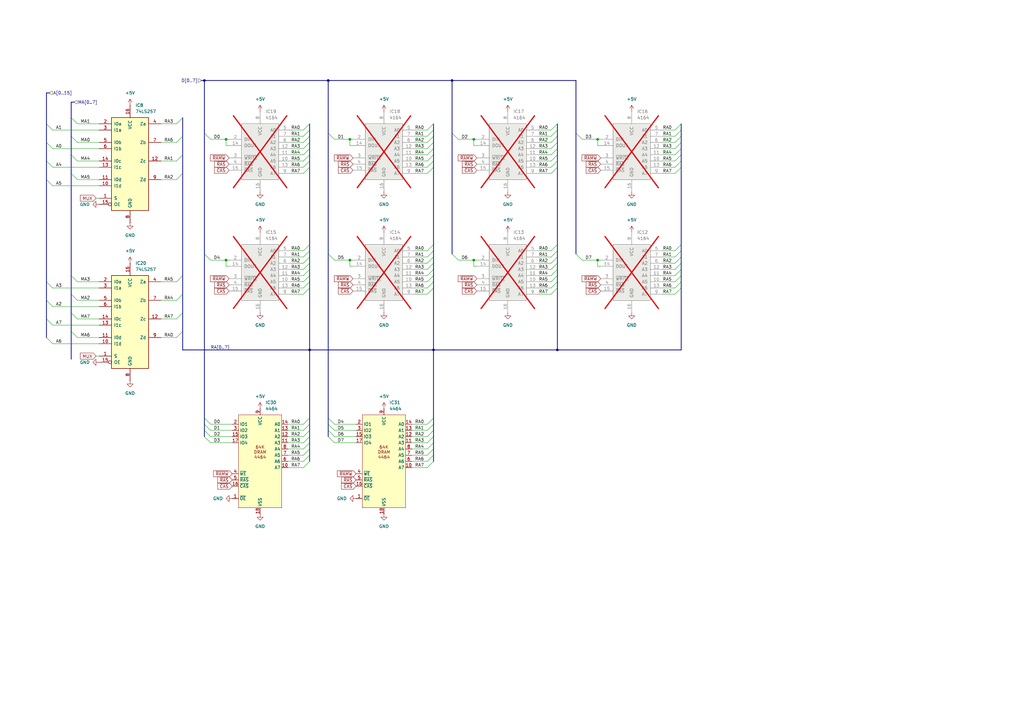
<source format=kicad_sch>
(kicad_sch (version 20231120) (generator "eeschema") (generator_version "8.0")
  (paper "A3")
  (lib_symbols
    (symbol "74xx:74LS257" (pin_names (offset 1.016))
      (property "Reference" "U" (at -7.62 19.05 0))
      (property "Value" "74LS257" (at -7.62 -21.59 0))
      (symbol "74LS257_1_0"
        (pin input line (at -12.7 -15.24 0) (length 5.08) (name "S") (number "1"))
        (pin input line (at -12.7 -10.16 0) (length 5.08) (name "I1d") (number "10"))
        (pin input line (at -12.7 -7.62 0) (length 5.08) (name "I0d") (number "11"))
        (pin tri_state line (at 12.7 0 180) (length 5.08) (name "Zc") (number "12"))
        (pin input line (at -12.7 -2.54 0) (length 5.08) (name "I1c") (number "13"))
        (pin input line (at -12.7 0 0) (length 5.08) (name "I0c") (number "14"))
        (pin input inverted (at -12.7 -17.78 0) (length 5.08) (name "OE") (number "15"))
        (pin power_in line (at 0 22.86 270) (length 5.08) (name "VCC") (number "16"))
        (pin input line (at -12.7 15.24 0) (length 5.08) (name "I0a") (number "2"))
        (pin input line (at -12.7 12.7 0) (length 5.08) (name "I1a") (number "3"))
        (pin tri_state line (at 12.7 15.24 180) (length 5.08) (name "Za") (number "4"))
        (pin input line (at -12.7 7.62 0) (length 5.08) (name "I0b") (number "5"))
        (pin input line (at -12.7 5.08 0) (length 5.08) (name "I1b") (number "6"))
        (pin tri_state line (at 12.7 7.62 180) (length 5.08) (name "Zb") (number "7"))
        (pin power_in line (at 0 -25.4 90) (length 5.08) (name "GND") (number "8"))
        (pin tri_state line (at 12.7 -7.62 180) (length 5.08) (name "Zd") (number "9"))
      )
      (symbol "74LS257_1_1"
        (rectangle (start -7.62 17.78) (end 7.62 -20.32) (stroke (width 0.254)) (fill (type background)))
      )
    )
    (symbol "Oric:4164" (pin_names (offset 1.016))
      (property "Reference" "IC" (at 3.048 14.478 0))
      (property "Value" "4164" (at 3.048 12.446 0))
      (symbol "4164_1_0"
        (pin no_connect line (at -12.7 7.62 0) (length 5.08) hide (name "NC") (number "1"))
        (pin input line (at 12.7 -5.08 180) (length 5.08) (name "A5") (number "10"))
        (pin input line (at 12.7 -2.54 180) (length 5.08) (name "A4") (number "11"))
        (pin input line (at 12.7 0 180) (length 5.08) (name "A3") (number "12"))
        (pin input line (at 12.7 -7.62 180) (length 5.08) (name "A6") (number "13"))
        (pin output line (at -12.7 1.27 0) (length 5.08) (name "DOUT") (number "14"))
        (pin input line (at -12.7 -8.89 0) (length 5.08) (name "~{CAS}") (number "15"))
        (pin power_in line (at 0 -17.78 90) (length 5.08) (name "GND") (number "16"))
        (pin input line (at -12.7 3.81 0) (length 5.08) (name "DIN") (number "2"))
        (pin input line (at -12.7 -3.81 0) (length 5.08) (name "~{WRITE}") (number "3"))
        (pin input line (at -12.7 -6.35 0) (length 5.08) (name "~{RAS}") (number "4"))
        (pin input line (at 12.7 7.62 180) (length 5.08) (name "A0") (number "5"))
        (pin input line (at 12.7 2.54 180) (length 5.08) (name "A2") (number "6"))
        (pin input line (at 12.7 5.08 180) (length 5.08) (name "A1") (number "7"))
        (pin power_in line (at 0 15.24 270) (length 5.08) (name "VCC") (number "8"))
        (pin input line (at 12.7 -10.16 180) (length 5.08) (name "A7") (number "9"))
      )
      (symbol "4164_1_1"
        (rectangle (start -7.62 10.16) (end 7.62 -12.7) (stroke (width 0.254)) (fill (type background)))
      )
    )
    (symbol "Oric:4464"
      (property "Reference" "IC" (at 5.334 -23.114 0))
      (property "Value" "4464" (at 6.604 -25.4 0))
      (symbol "4464_0_0"
        (pin input line (at 11.43 -3.81 180) (length 2.54) (name "A7") (number "10"))
        (pin input line (at 11.43 6.35 180) (length 2.54) (name "A3") (number "11"))
        (pin input line (at 11.43 8.89 180) (length 2.54) (name "A2") (number "12"))
        (pin input line (at 11.43 11.43 180) (length 2.54) (name "A1") (number "13"))
        (pin input line (at -11.43 -11.43 0) (length 2.54) (name "~{CAS}") (number "16"))
        (pin power_in line (at 0 -22.86 90) (length 2.54) (name "VSS") (number "18"))
        (pin input line (at -11.43 -8.89 0) (length 2.54) (name "~{RAS}") (number "5"))
        (pin input line (at 11.43 -1.27 180) (length 2.54) (name "A6") (number "6"))
        (pin input line (at 11.43 1.27 180) (length 2.54) (name "A5") (number "7"))
        (pin input line (at 11.43 3.81 180) (length 2.54) (name "A4") (number "8"))
        (pin power_in line (at 0 20.32 270) (length 2.54) (name "VCC") (number "9"))
      )
      (symbol "4464_1_0"
        (pin input line (at -11.43 -16.51 0) (length 2.54) (name "~{OE}") (number "1"))
        (pin input line (at 11.43 13.97 180) (length 2.54) (name "A0") (number "14"))
        (pin bidirectional line (at -11.43 8.89 0) (length 2.54) (name "IO3") (number "15"))
        (pin bidirectional line (at -11.43 6.35 0) (length 2.54) (name "IO4") (number "17"))
        (pin bidirectional line (at -11.43 13.97 0) (length 2.54) (name "IO1") (number "2"))
        (pin bidirectional line (at -11.43 11.43 0) (length 2.54) (name "IO2") (number "3"))
        (pin input line (at -11.43 -6.35 0) (length 2.54) (name "~{WE}") (number "4"))
      )
      (symbol "4464_1_1"
        (rectangle (start -8.89 17.78) (end 8.89 -20.32) (fill (type background)))
        (text "64K\nDRAM\n4464" (at 0 2.54 0) (effects (font (size 1.27 1.27))))
      )
    )
    (symbol "power:+5V" (power) (pin_numbers hide) (pin_names (offset 0) hide)
      (property "Value" "+5V" (at 0 3.556 0))
      (symbol "+5V_0_1"
        (polyline (pts (xy -0.762 1.27) (xy 0 2.54)))
        (polyline (pts (xy 0 0) (xy 0 2.54)))
        (polyline (pts (xy 0 2.54) (xy 0.762 1.27)))
      )
      (symbol "+5V_1_1"
        (pin power_in line (at 0 0 90) (length 0) (name "~") (number "1"))
      )
    )
    (symbol "power:GND" (power) (pin_numbers hide) (pin_names (offset 0) hide)
      (property "Value" "GND" (at 0 -3.81 0))
      (symbol "GND_0_1"
        (polyline (pts (xy 0 0) (xy 0 -1.27) (xy 1.27 -1.27) (xy 0 -2.54) (xy -1.27 -1.27) (xy 0 -1.27)))
      )
      (symbol "GND_1_1"
        (pin power_in line (at 0 0 270) (length 0) (name "~") (number "1"))
      )
    )
  )
  (junction (at 185.42 33.02))
  (junction (at 143.51 57.15))
  (junction (at 92.71 57.15))
  (junction (at 194.31 106.68))
  (junction (at 92.71 106.68))
  (junction (at 127 143.51))
  (junction (at 83.82 33.02))
  (junction (at 245.11 57.15))
  (junction (at 228.6 143.51))
  (junction (at 245.11 106.68))
  (junction (at 177.8 143.51))
  (junction (at 143.51 106.68))
  (junction (at 134.62 33.02))
  (junction (at 194.31 57.15))
  (bus_entry (at 83.82 176.53) (size 2.54 2.54))
  (bus_entry (at 124.46 184.15) (size 2.54 -2.54))
  (bus_entry (at 276.86 55.88) (size 2.54 -2.54))
  (bus_entry (at 276.86 105.41) (size 2.54 -2.54))
  (bus_entry (at 21.59 133.35) (size -2.54 -2.54))
  (bus_entry (at 276.86 63.5) (size 2.54 -2.54))
  (bus_entry (at 175.26 184.15) (size 2.54 -2.54))
  (bus_entry (at 74.93 128.27) (size -2.54 2.54))
  (bus_entry (at 175.26 60.96) (size 2.54 -2.54))
  (bus_entry (at 175.26 118.11) (size 2.54 -2.54))
  (bus_entry (at 124.46 105.41) (size 2.54 -2.54))
  (bus_entry (at 124.46 63.5) (size 2.54 -2.54))
  (bus_entry (at 175.26 71.12) (size 2.54 -2.54))
  (bus_entry (at 175.26 55.88) (size 2.54 -2.54))
  (bus_entry (at 74.93 48.26) (size -2.54 2.54))
  (bus_entry (at 124.46 68.58) (size 2.54 -2.54))
  (bus_entry (at 276.86 71.12) (size 2.54 -2.54))
  (bus_entry (at 175.26 186.69) (size 2.54 -2.54))
  (bus_entry (at 276.86 68.58) (size 2.54 -2.54))
  (bus_entry (at 21.59 53.34) (size -2.54 -2.54))
  (bus_entry (at 29.21 128.27) (size 2.54 2.54))
  (bus_entry (at 21.59 60.96) (size -2.54 -2.54))
  (bus_entry (at 124.46 115.57) (size 2.54 -2.54))
  (bus_entry (at 226.06 107.95) (size 2.54 -2.54))
  (bus_entry (at 83.82 171.45) (size 2.54 2.54))
  (bus_entry (at 276.86 120.65) (size 2.54 -2.54))
  (bus_entry (at 175.26 58.42) (size 2.54 -2.54))
  (bus_entry (at 29.21 71.12) (size 2.54 2.54))
  (bus_entry (at 124.46 113.03) (size 2.54 -2.54))
  (bus_entry (at 134.62 179.07) (size 2.54 2.54))
  (bus_entry (at 226.06 58.42) (size 2.54 -2.54))
  (bus_entry (at 226.06 60.96) (size 2.54 -2.54))
  (bus_entry (at 83.82 54.61) (size 2.54 2.54))
  (bus_entry (at 226.06 66.04) (size 2.54 -2.54))
  (bus_entry (at 74.93 135.89) (size -2.54 2.54))
  (bus_entry (at 29.21 120.65) (size 2.54 2.54))
  (bus_entry (at 276.86 107.95) (size 2.54 -2.54))
  (bus_entry (at 124.46 110.49) (size 2.54 -2.54))
  (bus_entry (at 175.26 181.61) (size 2.54 -2.54))
  (bus_entry (at 175.26 105.41) (size 2.54 -2.54))
  (bus_entry (at 124.46 66.04) (size 2.54 -2.54))
  (bus_entry (at 74.93 55.88) (size -2.54 2.54))
  (bus_entry (at 276.86 58.42) (size 2.54 -2.54))
  (bus_entry (at 83.82 179.07) (size 2.54 2.54))
  (bus_entry (at 276.86 118.11) (size 2.54 -2.54))
  (bus_entry (at 226.06 118.11) (size 2.54 -2.54))
  (bus_entry (at 21.59 76.2) (size -2.54 -2.54))
  (bus_entry (at 276.86 60.96) (size 2.54 -2.54))
  (bus_entry (at 29.21 113.03) (size 2.54 2.54))
  (bus_entry (at 236.22 104.14) (size 2.54 2.54))
  (bus_entry (at 175.26 115.57) (size 2.54 -2.54))
  (bus_entry (at 134.62 54.61) (size 2.54 2.54))
  (bus_entry (at 124.46 53.34) (size 2.54 -2.54))
  (bus_entry (at 124.46 102.87) (size 2.54 -2.54))
  (bus_entry (at 185.42 104.14) (size 2.54 2.54))
  (bus_entry (at 74.93 120.65) (size -2.54 2.54))
  (bus_entry (at 124.46 181.61) (size 2.54 -2.54))
  (bus_entry (at 124.46 176.53) (size 2.54 -2.54))
  (bus_entry (at 74.93 63.5) (size -2.54 2.54))
  (bus_entry (at 226.06 53.34) (size 2.54 -2.54))
  (bus_entry (at 226.06 55.88) (size 2.54 -2.54))
  (bus_entry (at 226.06 63.5) (size 2.54 -2.54))
  (bus_entry (at 226.06 115.57) (size 2.54 -2.54))
  (bus_entry (at 83.82 104.14) (size 2.54 2.54))
  (bus_entry (at 124.46 55.88) (size 2.54 -2.54))
  (bus_entry (at 29.21 55.88) (size 2.54 2.54))
  (bus_entry (at 124.46 107.95) (size 2.54 -2.54))
  (bus_entry (at 124.46 58.42) (size 2.54 -2.54))
  (bus_entry (at 175.26 66.04) (size 2.54 -2.54))
  (bus_entry (at 175.26 53.34) (size 2.54 -2.54))
  (bus_entry (at 276.86 102.87) (size 2.54 -2.54))
  (bus_entry (at 175.26 68.58) (size 2.54 -2.54))
  (bus_entry (at 134.62 176.53) (size 2.54 2.54))
  (bus_entry (at 124.46 179.07) (size 2.54 -2.54))
  (bus_entry (at 175.26 110.49) (size 2.54 -2.54))
  (bus_entry (at 175.26 102.87) (size 2.54 -2.54))
  (bus_entry (at 21.59 140.97) (size -2.54 -2.54))
  (bus_entry (at 21.59 125.73) (size -2.54 -2.54))
  (bus_entry (at 185.42 54.61) (size 2.54 2.54))
  (bus_entry (at 175.26 63.5) (size 2.54 -2.54))
  (bus_entry (at 124.46 120.65) (size 2.54 -2.54))
  (bus_entry (at 236.22 54.61) (size 2.54 2.54))
  (bus_entry (at 226.06 120.65) (size 2.54 -2.54))
  (bus_entry (at 124.46 60.96) (size 2.54 -2.54))
  (bus_entry (at 226.06 71.12) (size 2.54 -2.54))
  (bus_entry (at 276.86 66.04) (size 2.54 -2.54))
  (bus_entry (at 226.06 110.49) (size 2.54 -2.54))
  (bus_entry (at 21.59 68.58) (size -2.54 -2.54))
  (bus_entry (at 74.93 71.12) (size -2.54 2.54))
  (bus_entry (at 124.46 186.69) (size 2.54 -2.54))
  (bus_entry (at 83.82 173.99) (size 2.54 2.54))
  (bus_entry (at 124.46 191.77) (size 2.54 -2.54))
  (bus_entry (at 276.86 53.34) (size 2.54 -2.54))
  (bus_entry (at 175.26 113.03) (size 2.54 -2.54))
  (bus_entry (at 29.21 135.89) (size 2.54 2.54))
  (bus_entry (at 276.86 115.57) (size 2.54 -2.54))
  (bus_entry (at 175.26 189.23) (size 2.54 -2.54))
  (bus_entry (at 124.46 71.12) (size 2.54 -2.54))
  (bus_entry (at 175.26 191.77) (size 2.54 -2.54))
  (bus_entry (at 276.86 110.49) (size 2.54 -2.54))
  (bus_entry (at 226.06 113.03) (size 2.54 -2.54))
  (bus_entry (at 124.46 173.99) (size 2.54 -2.54))
  (bus_entry (at 21.59 118.11) (size -2.54 -2.54))
  (bus_entry (at 74.93 113.03) (size -2.54 2.54))
  (bus_entry (at 175.26 120.65) (size 2.54 -2.54))
  (bus_entry (at 124.46 189.23) (size 2.54 -2.54))
  (bus_entry (at 134.62 173.99) (size 2.54 2.54))
  (bus_entry (at 175.26 179.07) (size 2.54 -2.54))
  (bus_entry (at 226.06 105.41) (size 2.54 -2.54))
  (bus_entry (at 226.06 102.87) (size 2.54 -2.54))
  (bus_entry (at 226.06 68.58) (size 2.54 -2.54))
  (bus_entry (at 134.62 171.45) (size 2.54 2.54))
  (bus_entry (at 175.26 176.53) (size 2.54 -2.54))
  (bus_entry (at 175.26 107.95) (size 2.54 -2.54))
  (bus_entry (at 134.62 104.14) (size 2.54 2.54))
  (bus_entry (at 124.46 118.11) (size 2.54 -2.54))
  (bus_entry (at 29.21 48.26) (size 2.54 2.54))
  (bus_entry (at 276.86 113.03) (size 2.54 -2.54))
  (bus_entry (at 175.26 173.99) (size 2.54 -2.54))
  (bus_entry (at 29.21 63.5) (size 2.54 2.54))
  (wire (pts (xy 245.11 57.15) (xy 246.38 57.15)))
  (bus (pts (xy 127 113.03) (xy 127 115.57)))
  (wire (pts (xy 21.59 60.96) (xy 40.64 60.96)))
  (wire (pts (xy 137.16 173.99) (xy 146.05 173.99)))
  (wire (pts (xy 39.37 146.05) (xy 40.64 146.05)))
  (wire (pts (xy 170.18 63.5) (xy 175.26 63.5)))
  (wire (pts (xy 271.78 107.95) (xy 276.86 107.95)))
  (bus (pts (xy 228.6 143.51) (xy 177.8 143.51)))
  (wire (pts (xy 168.91 179.07) (xy 175.26 179.07)))
  (wire (pts (xy 119.38 113.03) (xy 124.46 113.03)))
  (wire (pts (xy 72.39 123.19) (xy 66.04 123.19)))
  (bus (pts (xy 279.4 107.95) (xy 279.4 110.49)))
  (bus (pts (xy 134.62 176.53) (xy 134.62 179.07)))
  (bus (pts (xy 279.4 50.8) (xy 279.4 53.34)))
  (wire (pts (xy 119.38 66.04) (xy 124.46 66.04)))
  (wire (pts (xy 220.98 105.41) (xy 226.06 105.41)))
  (wire (pts (xy 118.11 173.99) (xy 124.46 173.99)))
  (bus (pts (xy 228.6 66.04) (xy 228.6 68.58)))
  (bus (pts (xy 177.8 66.04) (xy 177.8 68.58)))
  (wire (pts (xy 245.11 106.68) (xy 246.38 106.68)))
  (bus (pts (xy 279.4 53.34) (xy 279.4 55.88)))
  (wire (pts (xy 220.98 118.11) (xy 226.06 118.11)))
  (wire (pts (xy 271.78 118.11) (xy 276.86 118.11)))
  (bus (pts (xy 279.4 143.51) (xy 228.6 143.51)))
  (bus (pts (xy 177.8 176.53) (xy 177.8 179.07)))
  (wire (pts (xy 72.39 130.81) (xy 66.04 130.81)))
  (wire (pts (xy 271.78 110.49) (xy 276.86 110.49)))
  (wire (pts (xy 143.51 106.68) (xy 144.78 106.68)))
  (bus (pts (xy 134.62 171.45) (xy 134.62 173.99)))
  (wire (pts (xy 220.98 63.5) (xy 226.06 63.5)))
  (bus (pts (xy 228.6 58.42) (xy 228.6 60.96)))
  (wire (pts (xy 170.18 120.65) (xy 175.26 120.65)))
  (wire (pts (xy 92.71 106.68) (xy 93.98 106.68)))
  (bus (pts (xy 177.8 55.88) (xy 177.8 58.42)))
  (wire (pts (xy 118.11 184.15) (xy 124.46 184.15)))
  (wire (pts (xy 170.18 71.12) (xy 175.26 71.12)))
  (bus (pts (xy 127 100.33) (xy 127 102.87)))
  (bus (pts (xy 228.6 118.11) (xy 228.6 143.51)))
  (wire (pts (xy 119.38 58.42) (xy 124.46 58.42)))
  (wire (pts (xy 220.98 53.34) (xy 226.06 53.34)))
  (wire (pts (xy 31.75 130.81) (xy 40.64 130.81)))
  (bus (pts (xy 134.62 54.61) (xy 134.62 104.14)))
  (bus (pts (xy 279.4 118.11) (xy 279.4 143.51)))
  (wire (pts (xy 271.78 120.65) (xy 276.86 120.65)))
  (bus (pts (xy 127 181.61) (xy 127 184.15)))
  (bus (pts (xy 177.8 115.57) (xy 177.8 118.11)))
  (bus (pts (xy 177.8 63.5) (xy 177.8 66.04)))
  (wire (pts (xy 245.11 109.22) (xy 245.11 106.68)))
  (wire (pts (xy 21.59 140.97) (xy 40.64 140.97)))
  (bus (pts (xy 177.8 143.51) (xy 127 143.51)))
  (bus (pts (xy 228.6 63.5) (xy 228.6 66.04)))
  (bus (pts (xy 127 60.96) (xy 127 63.5)))
  (wire (pts (xy 220.98 71.12) (xy 226.06 71.12)))
  (wire (pts (xy 31.75 138.43) (xy 40.64 138.43)))
  (wire (pts (xy 170.18 110.49) (xy 175.26 110.49)))
  (bus (pts (xy 177.8 68.58) (xy 177.8 100.33)))
  (wire (pts (xy 220.98 58.42) (xy 226.06 58.42)))
  (bus (pts (xy 127 68.58) (xy 127 100.33)))
  (wire (pts (xy 168.91 176.53) (xy 175.26 176.53)))
  (bus (pts (xy 185.42 33.02) (xy 236.22 33.02)))
  (wire (pts (xy 143.51 57.15) (xy 144.78 57.15)))
  (bus (pts (xy 127 66.04) (xy 127 68.58)))
  (wire (pts (xy 86.36 57.15) (xy 92.71 57.15)))
  (wire (pts (xy 119.38 102.87) (xy 124.46 102.87)))
  (wire (pts (xy 271.78 58.42) (xy 276.86 58.42)))
  (bus (pts (xy 29.21 128.27) (xy 29.21 135.89)))
  (bus (pts (xy 127 115.57) (xy 127 118.11)))
  (wire (pts (xy 168.91 191.77) (xy 175.26 191.77)))
  (wire (pts (xy 137.16 181.61) (xy 146.05 181.61)))
  (bus (pts (xy 19.05 123.19) (xy 19.05 130.81)))
  (bus (pts (xy 82.55 33.02) (xy 83.82 33.02)))
  (wire (pts (xy 194.31 106.68) (xy 195.58 106.68)))
  (bus (pts (xy 30.48 41.91) (xy 29.21 41.91)))
  (bus (pts (xy 29.21 48.26) (xy 29.21 55.88)))
  (wire (pts (xy 220.98 120.65) (xy 226.06 120.65)))
  (wire (pts (xy 31.75 123.19) (xy 40.64 123.19)))
  (bus (pts (xy 228.6 113.03) (xy 228.6 115.57)))
  (wire (pts (xy 86.36 181.61) (xy 95.25 181.61)))
  (wire (pts (xy 246.38 109.22) (xy 245.11 109.22)))
  (bus (pts (xy 20.32 38.1) (xy 19.05 38.1)))
  (wire (pts (xy 220.98 102.87) (xy 226.06 102.87)))
  (wire (pts (xy 168.91 181.61) (xy 175.26 181.61)))
  (wire (pts (xy 144.78 59.69) (xy 143.51 59.69)))
  (wire (pts (xy 271.78 60.96) (xy 276.86 60.96)))
  (wire (pts (xy 72.39 73.66) (xy 66.04 73.66)))
  (wire (pts (xy 21.59 53.34) (xy 40.64 53.34)))
  (bus (pts (xy 279.4 105.41) (xy 279.4 107.95)))
  (wire (pts (xy 195.58 59.69) (xy 194.31 59.69)))
  (bus (pts (xy 177.8 100.33) (xy 177.8 102.87)))
  (bus (pts (xy 177.8 179.07) (xy 177.8 181.61)))
  (bus (pts (xy 279.4 100.33) (xy 279.4 102.87)))
  (wire (pts (xy 31.75 73.66) (xy 40.64 73.66)))
  (bus (pts (xy 83.82 104.14) (xy 83.82 171.45)))
  (wire (pts (xy 143.51 59.69) (xy 143.51 57.15)))
  (wire (pts (xy 271.78 115.57) (xy 276.86 115.57)))
  (wire (pts (xy 119.38 118.11) (xy 124.46 118.11)))
  (bus (pts (xy 19.05 50.8) (xy 19.05 58.42)))
  (bus (pts (xy 83.82 33.02) (xy 83.82 54.61)))
  (bus (pts (xy 228.6 105.41) (xy 228.6 107.95)))
  (bus (pts (xy 127 184.15) (xy 127 186.69)))
  (bus (pts (xy 185.42 54.61) (xy 185.42 104.14)))
  (bus (pts (xy 127 102.87) (xy 127 105.41)))
  (bus (pts (xy 177.8 58.42) (xy 177.8 60.96)))
  (wire (pts (xy 220.98 55.88) (xy 226.06 55.88)))
  (bus (pts (xy 228.6 50.8) (xy 228.6 53.34)))
  (bus (pts (xy 236.22 33.02) (xy 236.22 54.61)))
  (bus (pts (xy 127 143.51) (xy 127 171.45)))
  (bus (pts (xy 177.8 60.96) (xy 177.8 63.5)))
  (wire (pts (xy 93.98 59.69) (xy 92.71 59.69)))
  (bus (pts (xy 228.6 60.96) (xy 228.6 63.5)))
  (bus (pts (xy 127 171.45) (xy 127 173.99)))
  (wire (pts (xy 194.31 109.22) (xy 194.31 106.68)))
  (wire (pts (xy 271.78 63.5) (xy 276.86 63.5)))
  (bus (pts (xy 279.4 102.87) (xy 279.4 105.41)))
  (bus (pts (xy 74.93 128.27) (xy 74.93 135.89)))
  (wire (pts (xy 194.31 57.15) (xy 195.58 57.15)))
  (bus (pts (xy 83.82 173.99) (xy 83.82 176.53)))
  (bus (pts (xy 29.21 55.88) (xy 29.21 63.5)))
  (bus (pts (xy 29.21 63.5) (xy 29.21 71.12)))
  (bus (pts (xy 185.42 33.02) (xy 185.42 54.61)))
  (wire (pts (xy 220.98 110.49) (xy 226.06 110.49)))
  (wire (pts (xy 170.18 53.34) (xy 175.26 53.34)))
  (wire (pts (xy 21.59 125.73) (xy 40.64 125.73)))
  (wire (pts (xy 118.11 186.69) (xy 124.46 186.69)))
  (bus (pts (xy 134.62 33.02) (xy 134.62 54.61)))
  (wire (pts (xy 118.11 191.77) (xy 124.46 191.77)))
  (bus (pts (xy 29.21 120.65) (xy 29.21 128.27)))
  (wire (pts (xy 92.71 59.69) (xy 92.71 57.15)))
  (bus (pts (xy 74.93 120.65) (xy 74.93 128.27)))
  (bus (pts (xy 83.82 33.02) (xy 134.62 33.02)))
  (bus (pts (xy 177.8 50.8) (xy 177.8 53.34)))
  (bus (pts (xy 177.8 110.49) (xy 177.8 113.03)))
  (bus (pts (xy 127 63.5) (xy 127 66.04)))
  (wire (pts (xy 31.75 50.8) (xy 40.64 50.8)))
  (bus (pts (xy 177.8 113.03) (xy 177.8 115.57)))
  (bus (pts (xy 127 173.99) (xy 127 176.53)))
  (bus (pts (xy 177.8 173.99) (xy 177.8 176.53)))
  (wire (pts (xy 238.76 106.68) (xy 245.11 106.68)))
  (wire (pts (xy 119.38 53.34) (xy 124.46 53.34)))
  (wire (pts (xy 72.39 115.57) (xy 66.04 115.57)))
  (wire (pts (xy 144.78 109.22) (xy 143.51 109.22)))
  (wire (pts (xy 137.16 106.68) (xy 143.51 106.68)))
  (bus (pts (xy 279.4 68.58) (xy 279.4 100.33)))
  (bus (pts (xy 127 118.11) (xy 127 143.51)))
  (wire (pts (xy 271.78 71.12) (xy 276.86 71.12)))
  (bus (pts (xy 134.62 173.99) (xy 134.62 176.53)))
  (wire (pts (xy 220.98 113.03) (xy 226.06 113.03)))
  (bus (pts (xy 177.8 102.87) (xy 177.8 105.41)))
  (wire (pts (xy 119.38 60.96) (xy 124.46 60.96)))
  (bus (pts (xy 279.4 60.96) (xy 279.4 63.5)))
  (wire (pts (xy 31.75 58.42) (xy 40.64 58.42)))
  (bus (pts (xy 279.4 63.5) (xy 279.4 66.04)))
  (bus (pts (xy 177.8 186.69) (xy 177.8 189.23)))
  (bus (pts (xy 228.6 100.33) (xy 228.6 102.87)))
  (wire (pts (xy 194.31 59.69) (xy 194.31 57.15)))
  (wire (pts (xy 271.78 113.03) (xy 276.86 113.03)))
  (wire (pts (xy 86.36 179.07) (xy 95.25 179.07)))
  (bus (pts (xy 177.8 143.51) (xy 177.8 171.45)))
  (bus (pts (xy 177.8 118.11) (xy 177.8 143.51)))
  (wire (pts (xy 170.18 58.42) (xy 175.26 58.42)))
  (wire (pts (xy 220.98 107.95) (xy 226.06 107.95)))
  (wire (pts (xy 119.38 110.49) (xy 124.46 110.49)))
  (wire (pts (xy 119.38 68.58) (xy 124.46 68.58)))
  (bus (pts (xy 177.8 181.61) (xy 177.8 184.15)))
  (wire (pts (xy 72.39 66.04) (xy 66.04 66.04)))
  (wire (pts (xy 72.39 138.43) (xy 66.04 138.43)))
  (bus (pts (xy 177.8 107.95) (xy 177.8 110.49)))
  (wire (pts (xy 93.98 109.22) (xy 92.71 109.22)))
  (bus (pts (xy 177.8 184.15) (xy 177.8 186.69)))
  (bus (pts (xy 177.8 53.34) (xy 177.8 55.88)))
  (wire (pts (xy 271.78 53.34) (xy 276.86 53.34)))
  (wire (pts (xy 168.91 184.15) (xy 175.26 184.15)))
  (bus (pts (xy 279.4 66.04) (xy 279.4 68.58)))
  (wire (pts (xy 170.18 107.95) (xy 175.26 107.95)))
  (wire (pts (xy 271.78 68.58) (xy 276.86 68.58)))
  (bus (pts (xy 74.93 55.88) (xy 74.93 63.5)))
  (wire (pts (xy 21.59 68.58) (xy 40.64 68.58)))
  (wire (pts (xy 170.18 60.96) (xy 175.26 60.96)))
  (bus (pts (xy 74.93 113.03) (xy 74.93 120.65)))
  (wire (pts (xy 245.11 59.69) (xy 245.11 57.15)))
  (wire (pts (xy 170.18 55.88) (xy 175.26 55.88)))
  (bus (pts (xy 127 53.34) (xy 127 55.88)))
  (wire (pts (xy 238.76 57.15) (xy 245.11 57.15)))
  (wire (pts (xy 168.91 189.23) (xy 175.26 189.23)))
  (wire (pts (xy 170.18 118.11) (xy 175.26 118.11)))
  (bus (pts (xy 83.82 54.61) (xy 83.82 104.14)))
  (bus (pts (xy 74.93 48.26) (xy 74.93 55.88)))
  (wire (pts (xy 119.38 105.41) (xy 124.46 105.41)))
  (wire (pts (xy 72.39 50.8) (xy 66.04 50.8)))
  (bus (pts (xy 127 110.49) (xy 127 113.03)))
  (wire (pts (xy 119.38 71.12) (xy 124.46 71.12)))
  (bus (pts (xy 279.4 58.42) (xy 279.4 60.96)))
  (bus (pts (xy 19.05 73.66) (xy 19.05 115.57)))
  (bus (pts (xy 19.05 115.57) (xy 19.05 123.19)))
  (wire (pts (xy 119.38 107.95) (xy 124.46 107.95)))
  (wire (pts (xy 119.38 55.88) (xy 124.46 55.88)))
  (wire (pts (xy 187.96 57.15) (xy 194.31 57.15)))
  (bus (pts (xy 19.05 58.42) (xy 19.05 66.04)))
  (bus (pts (xy 29.21 71.12) (xy 29.21 113.03)))
  (wire (pts (xy 271.78 55.88) (xy 276.86 55.88)))
  (wire (pts (xy 86.36 173.99) (xy 95.25 173.99)))
  (wire (pts (xy 137.16 57.15) (xy 143.51 57.15)))
  (wire (pts (xy 170.18 68.58) (xy 175.26 68.58)))
  (wire (pts (xy 220.98 60.96) (xy 226.06 60.96)))
  (wire (pts (xy 246.38 59.69) (xy 245.11 59.69)))
  (wire (pts (xy 86.36 176.53) (xy 95.25 176.53)))
  (wire (pts (xy 271.78 66.04) (xy 276.86 66.04)))
  (wire (pts (xy 187.96 106.68) (xy 194.31 106.68)))
  (bus (pts (xy 228.6 102.87) (xy 228.6 105.41)))
  (wire (pts (xy 118.11 189.23) (xy 124.46 189.23)))
  (wire (pts (xy 119.38 120.65) (xy 124.46 120.65)))
  (wire (pts (xy 137.16 176.53) (xy 146.05 176.53)))
  (wire (pts (xy 92.71 109.22) (xy 92.71 106.68)))
  (bus (pts (xy 74.93 135.89) (xy 74.93 143.51)))
  (wire (pts (xy 137.16 179.07) (xy 146.05 179.07)))
  (bus (pts (xy 127 179.07) (xy 127 181.61)))
  (wire (pts (xy 92.71 57.15) (xy 93.98 57.15)))
  (bus (pts (xy 177.8 105.41) (xy 177.8 107.95)))
  (bus (pts (xy 228.6 107.95) (xy 228.6 110.49)))
  (bus (pts (xy 127 55.88) (xy 127 58.42)))
  (bus (pts (xy 279.4 115.57) (xy 279.4 118.11)))
  (wire (pts (xy 170.18 115.57) (xy 175.26 115.57)))
  (bus (pts (xy 19.05 130.81) (xy 19.05 138.43)))
  (bus (pts (xy 29.21 113.03) (xy 29.21 120.65)))
  (bus (pts (xy 279.4 110.49) (xy 279.4 113.03)))
  (wire (pts (xy 119.38 63.5) (xy 124.46 63.5)))
  (bus (pts (xy 83.82 171.45) (xy 83.82 173.99)))
  (bus (pts (xy 134.62 104.14) (xy 134.62 171.45)))
  (bus (pts (xy 74.93 71.12) (xy 74.93 113.03)))
  (bus (pts (xy 134.62 33.02) (xy 185.42 33.02)))
  (wire (pts (xy 271.78 105.41) (xy 276.86 105.41)))
  (wire (pts (xy 170.18 102.87) (xy 175.26 102.87)))
  (bus (pts (xy 19.05 38.1) (xy 19.05 50.8)))
  (wire (pts (xy 72.39 58.42) (xy 66.04 58.42)))
  (bus (pts (xy 29.21 41.91) (xy 29.21 48.26)))
  (bus (pts (xy 228.6 115.57) (xy 228.6 118.11)))
  (bus (pts (xy 279.4 55.88) (xy 279.4 58.42)))
  (wire (pts (xy 118.11 179.07) (xy 124.46 179.07)))
  (wire (pts (xy 220.98 68.58) (xy 226.06 68.58)))
  (bus (pts (xy 19.05 66.04) (xy 19.05 73.66)))
  (wire (pts (xy 39.37 81.28) (xy 40.64 81.28)))
  (wire (pts (xy 170.18 66.04) (xy 175.26 66.04)))
  (bus (pts (xy 127 58.42) (xy 127 60.96)))
  (bus (pts (xy 177.8 171.45) (xy 177.8 173.99)))
  (bus (pts (xy 228.6 110.49) (xy 228.6 113.03)))
  (bus (pts (xy 83.82 176.53) (xy 83.82 179.07)))
  (bus (pts (xy 127 186.69) (xy 127 189.23)))
  (wire (pts (xy 170.18 113.03) (xy 175.26 113.03)))
  (wire (pts (xy 21.59 76.2) (xy 40.64 76.2)))
  (bus (pts (xy 74.93 143.51) (xy 127 143.51)))
  (wire (pts (xy 143.51 109.22) (xy 143.51 106.68)))
  (wire (pts (xy 271.78 102.87) (xy 276.86 102.87)))
  (wire (pts (xy 21.59 133.35) (xy 40.64 133.35)))
  (bus (pts (xy 228.6 68.58) (xy 228.6 100.33)))
  (bus (pts (xy 127 107.95) (xy 127 110.49)))
  (wire (pts (xy 31.75 66.04) (xy 40.64 66.04)))
  (wire (pts (xy 119.38 115.57) (xy 124.46 115.57)))
  (bus (pts (xy 228.6 55.88) (xy 228.6 58.42)))
  (wire (pts (xy 195.58 109.22) (xy 194.31 109.22)))
  (wire (pts (xy 220.98 115.57) (xy 226.06 115.57)))
  (bus (pts (xy 279.4 113.03) (xy 279.4 115.57)))
  (bus (pts (xy 127 105.41) (xy 127 107.95)))
  (wire (pts (xy 168.91 173.99) (xy 175.26 173.99)))
  (bus (pts (xy 127 50.8) (xy 127 53.34)))
  (bus (pts (xy 127 176.53) (xy 127 179.07)))
  (wire (pts (xy 31.75 115.57) (xy 40.64 115.57)))
  (wire (pts (xy 86.36 106.68) (xy 92.71 106.68)))
  (wire (pts (xy 21.59 118.11) (xy 40.64 118.11)))
  (wire (pts (xy 168.91 186.69) (xy 175.26 186.69)))
  (bus (pts (xy 74.93 63.5) (xy 74.93 71.12)))
  (bus (pts (xy 228.6 53.34) (xy 228.6 55.88)))
  (wire (pts (xy 170.18 105.41) (xy 175.26 105.41)))
  (bus (pts (xy 29.21 135.89) (xy 29.21 147.32)))
  (wire (pts (xy 118.11 181.61) (xy 124.46 181.61)))
  (wire (pts (xy 118.11 176.53) (xy 124.46 176.53)))
  (wire (pts (xy 220.98 66.04) (xy 226.06 66.04)))
  (bus (pts (xy 236.22 54.61) (xy 236.22 104.14)))
  (label "RA0" (at 67.31 138.43 0))
  (label "RA3" (at 170.18 60.96 0))
  (label "RA0" (at 271.78 102.87 0))
  (label "RA6" (at 170.18 118.11 0))
  (label "MA0" (at 33.02 58.42 0))
  (label "D6" (at 189.23 106.68 0))
  (label "RA3" (at 220.98 60.96 0))
  (label "RA0" (at 271.78 53.34 0))
  (label "RA6" (at 220.98 68.58 0))
  (label "RA5" (at 119.38 66.04 0))
  (label "D5" (at 138.43 176.53 0))
  (label "RA6" (at 271.78 118.11 0))
  (label "D0" (at 87.63 57.15 0))
  (label "D4" (at 138.43 173.99 0))
  (label "RA2" (at 170.18 107.95 0))
  (label "RA2" (at 119.38 58.42 0))
  (label "RA4" (at 170.18 63.5 0))
  (label "A7" (at 22.86 133.35 0))
  (label "RA1" (at 67.31 66.04 0))
  (label "MA4" (at 33.02 66.04 0))
  (label "RA1" (at 220.98 105.41 0))
  (label "A3" (at 22.86 118.11 0))
  (label "RA4" (at 119.38 184.15 0))
  (label "RA4" (at 170.18 184.15 0))
  (label "RA4" (at 271.78 63.5 0))
  (label "RA3" (at 170.18 110.49 0))
  (label "RA5" (at 271.78 115.57 0))
  (label "RA1" (at 119.38 176.53 0))
  (label "RA6" (at 170.18 68.58 0))
  (label "RA2" (at 220.98 107.95 0))
  (label "RA5" (at 271.78 66.04 0))
  (label "RA1" (at 119.38 105.41 0))
  (label "RA7" (at 119.38 120.65 0))
  (label "RA4" (at 170.18 113.03 0))
  (label "RA5" (at 170.18 115.57 0))
  (label "D3" (at 87.63 181.61 0))
  (label "D7" (at 240.03 106.68 0))
  (label "RA1" (at 220.98 55.88 0))
  (label "D1" (at 138.43 57.15 0))
  (label "RA1" (at 170.18 55.88 0))
  (label "RA0" (at 119.38 102.87 0))
  (label "D5" (at 138.43 106.68 0))
  (label "RA5" (at 220.98 66.04 0))
  (label "RA1" (at 170.18 105.41 0))
  (label "RA3" (at 271.78 60.96 0))
  (label "A2" (at 22.86 125.73 0))
  (label "RA7" (at 271.78 71.12 0))
  (label "RA3" (at 170.18 181.61 0))
  (label "RA0" (at 170.18 53.34 0))
  (label "RA7" (at 170.18 71.12 0))
  (label "RA3" (at 67.31 50.8 0))
  (label "D2" (at 189.23 57.15 0))
  (label "A4" (at 22.86 68.58 0))
  (label "RA1" (at 119.38 55.88 0))
  (label "RA3" (at 119.38 110.49 0))
  (label "RA5" (at 67.31 115.57 0))
  (label "RA0" (at 119.38 173.99 0))
  (label "RA0" (at 220.98 102.87 0))
  (label "RA1" (at 170.18 176.53 0))
  (label "D2" (at 87.63 179.07 0))
  (label "RA7" (at 271.78 120.65 0))
  (label "RA0" (at 119.38 53.34 0))
  (label "RA7" (at 170.18 191.77 0))
  (label "A6" (at 22.86 140.97 0))
  (label "MA5" (at 33.02 73.66 0))
  (label "MA1" (at 33.02 50.8 0))
  (label "RA2" (at 170.18 179.07 0))
  (label "RA1" (at 271.78 55.88 0))
  (label "RA4" (at 119.38 63.5 0))
  (label "RA4" (at 67.31 123.19 0))
  (label "RA6" (at 220.98 118.11 0))
  (label "MA6" (at 33.02 138.43 0))
  (label "RA7" (at 170.18 120.65 0))
  (label "RA7" (at 67.31 130.81 0))
  (label "RA3" (at 220.98 110.49 0))
  (label "RA2" (at 67.31 73.66 0))
  (label "RA3" (at 271.78 110.49 0))
  (label "RA2" (at 119.38 107.95 0))
  (label "RA7" (at 119.38 71.12 0))
  (label "D6" (at 138.43 179.07 0))
  (label "D4" (at 87.63 106.68 0))
  (label "RA2" (at 170.18 58.42 0))
  (label "RA0" (at 170.18 173.99 0))
  (label "RA4" (at 220.98 113.03 0))
  (label "RA4" (at 220.98 63.5 0))
  (label "RA2" (at 119.38 179.07 0))
  (label "RA0" (at 220.98 53.34 0))
  (label "RA6" (at 271.78 68.58 0))
  (label "RA3" (at 119.38 181.61 0))
  (label "RA7" (at 119.38 191.77 0))
  (label "RA6" (at 119.38 189.23 0))
  (label "RA6" (at 119.38 118.11 0))
  (label "RA5" (at 170.18 66.04 0))
  (label "RA3" (at 119.38 60.96 0))
  (label "RA5" (at 119.38 115.57 0))
  (label "D3" (at 240.03 57.15 0))
  (label "RA6" (at 119.38 68.58 0))
  (label "MA3" (at 33.02 115.57 0))
  (label "RA[0..7]" (at 86.36 143.51 0))
  (label "RA5" (at 170.18 186.69 0))
  (label "RA4" (at 119.38 113.03 0))
  (label "D1" (at 87.63 176.53 0))
  (label "A5" (at 22.86 76.2 0))
  (label "MA7" (at 33.02 130.81 0))
  (label "RA1" (at 271.78 105.41 0))
  (label "RA7" (at 220.98 120.65 0))
  (label "RA4" (at 271.78 113.03 0))
  (label "D0" (at 87.63 173.99 0))
  (label "A0" (at 22.86 60.96 0))
  (label "RA0" (at 170.18 102.87 0))
  (label "RA2" (at 271.78 58.42 0))
  (label "RA5" (at 119.38 186.69 0))
  (label "RA2" (at 220.98 58.42 0))
  (label "RA2" (at 271.78 107.95 0))
  (label "RA5" (at 220.98 115.57 0))
  (label "MA2" (at 33.02 123.19 0))
  (label "RA6" (at 67.31 58.42 0))
  (label "RA6" (at 170.18 189.23 0))
  (label "A1" (at 22.86 53.34 0))
  (label "D7" (at 138.43 181.61 0))
  (label "RA7" (at 220.98 71.12 0))
  (global_label "~{RAS}" (shape input) (at 195.58 67.31 180) (property "Intersheetrefs" "${INTERSHEET_REFS}" (effects (hide yes))))
  (global_label "~{RAMW}" (shape input) (at 246.38 114.3 180) (property "Intersheetrefs" "${INTERSHEET_REFS}" (effects (hide yes))))
  (global_label "~{CAS}" (shape input) (at 195.58 119.38 180) (property "Intersheetrefs" "${INTERSHEET_REFS}" (effects (hide yes))))
  (global_label "~{CAS}" (shape input) (at 246.38 119.38 180) (property "Intersheetrefs" "${INTERSHEET_REFS}" (effects (hide yes))))
  (global_label "~{RAMW}" (shape input) (at 93.98 64.77 180) (property "Intersheetrefs" "${INTERSHEET_REFS}" (effects (hide yes))))
  (global_label "~{CAS}" (shape input) (at 95.25 199.39 180) (property "Intersheetrefs" "${INTERSHEET_REFS}" (effects (hide yes))))
  (global_label "~{RAMW}" (shape input) (at 146.05 194.31 180) (property "Intersheetrefs" "${INTERSHEET_REFS}" (effects (hide yes))))
  (global_label "~{CAS}" (shape input) (at 246.38 69.85 180) (property "Intersheetrefs" "${INTERSHEET_REFS}" (effects (hide yes))))
  (global_label "~{RAMW}" (shape input) (at 246.38 64.77 180) (property "Intersheetrefs" "${INTERSHEET_REFS}" (effects (hide yes))))
  (global_label "~{RAS}" (shape input) (at 144.78 67.31 180) (property "Intersheetrefs" "${INTERSHEET_REFS}" (effects (hide yes))))
  (global_label "~{RAMW}" (shape input) (at 93.98 114.3 180) (property "Intersheetrefs" "${INTERSHEET_REFS}" (effects (hide yes))))
  (global_label "~{RAMW}" (shape input) (at 195.58 64.77 180) (property "Intersheetrefs" "${INTERSHEET_REFS}" (effects (hide yes))))
  (global_label "~{RAS}" (shape input) (at 144.78 116.84 180) (property "Intersheetrefs" "${INTERSHEET_REFS}" (effects (hide yes))))
  (global_label "~{RAS}" (shape input) (at 95.25 196.85 180) (property "Intersheetrefs" "${INTERSHEET_REFS}" (effects (hide yes))))
  (global_label "~{RAS}" (shape input) (at 195.58 116.84 180) (property "Intersheetrefs" "${INTERSHEET_REFS}" (effects (hide yes))))
  (global_label "~{RAMW}" (shape input) (at 95.25 194.31 180) (property "Intersheetrefs" "${INTERSHEET_REFS}" (effects (hide yes))))
  (global_label "~{RAS}" (shape input) (at 246.38 67.31 180) (property "Intersheetrefs" "${INTERSHEET_REFS}" (effects (hide yes))))
  (global_label "~{RAMW}" (shape input) (at 144.78 64.77 180) (property "Intersheetrefs" "${INTERSHEET_REFS}" (effects (hide yes))))
  (global_label "~{RAS}" (shape input) (at 146.05 196.85 180) (property "Intersheetrefs" "${INTERSHEET_REFS}" (effects (hide yes))))
  (global_label "MUX" (shape input) (at 39.37 81.28 180) (property "Intersheetrefs" "${INTERSHEET_REFS}" (effects (hide yes))))
  (global_label "~{RAS}" (shape input) (at 93.98 67.31 180) (property "Intersheetrefs" "${INTERSHEET_REFS}" (effects (hide yes))))
  (global_label "~{CAS}" (shape input) (at 195.58 69.85 180) (property "Intersheetrefs" "${INTERSHEET_REFS}" (effects (hide yes))))
  (global_label "~{CAS}" (shape input) (at 93.98 119.38 180) (property "Intersheetrefs" "${INTERSHEET_REFS}" (effects (hide yes))))
  (global_label "~{CAS}" (shape input) (at 93.98 69.85 180) (property "Intersheetrefs" "${INTERSHEET_REFS}" (effects (hide yes))))
  (global_label "~{RAS}" (shape input) (at 246.38 116.84 180) (property "Intersheetrefs" "${INTERSHEET_REFS}" (effects (hide yes))))
  (global_label "~{CAS}" (shape input) (at 144.78 69.85 180) (property "Intersheetrefs" "${INTERSHEET_REFS}" (effects (hide yes))))
  (global_label "~{CAS}" (shape input) (at 144.78 119.38 180) (property "Intersheetrefs" "${INTERSHEET_REFS}" (effects (hide yes))))
  (global_label "~{CAS}" (shape input) (at 146.05 199.39 180) (property "Intersheetrefs" "${INTERSHEET_REFS}" (effects (hide yes))))
  (global_label "MUX" (shape input) (at 39.37 146.05 180) (property "Intersheetrefs" "${INTERSHEET_REFS}" (effects (hide yes))))
  (global_label "~{RAMW}" (shape input) (at 144.78 114.3 180) (property "Intersheetrefs" "${INTERSHEET_REFS}" (effects (hide yes))))
  (global_label "~{RAMW}" (shape input) (at 195.58 114.3 180) (property "Intersheetrefs" "${INTERSHEET_REFS}" (effects (hide yes))))
  (global_label "~{RAS}" (shape input) (at 93.98 116.84 180) (property "Intersheetrefs" "${INTERSHEET_REFS}" (effects (hide yes))))
  (hierarchical_label "D[0..7]" (shape input) (at 82.55 33.02 180))
  (hierarchical_label "A[0..15]" (shape input) (at 20.32 38.1 0))
  (hierarchical_label "MA[0..7]" (shape input) (at 30.48 41.91 0))
  (symbol (lib_id "Oric:4464") (at 106.68 187.96 0) (unit 1)
    (property "Reference" "IC30" (at 108.8741 165.1 0) (effects (justify left)))
    (property "Value" "4464" (at 108.8741 167.64 0) (effects (justify left)))
    (property "Footprint" "Oric:DIP-18_W7.62mm" (effects (hide yes)))
  )
  (symbol (lib_id "power:+5V") (at 259.08 45.72 0) (unit 1)
    (property "Reference" "#PWR074" (effects (hide yes)))
    (property "Value" "+5V" (at 259.08 40.64 0))
    (property "Description" "Power symbol creates a global label with name \"+5V\"" (effects (hide yes)))
  )
  (symbol (lib_id "power:GND") (at 106.68 210.82 0) (unit 1)
    (property "Reference" "#PWR091" (effects (hide yes)))
    (property "Value" "GND" (at 106.68 215.9 0))
    (property "Description" "Power symbol creates a global label with name \"GND\" , ground" (effects (hide yes)))
  )
  (symbol (lib_id "74xx:74LS257") (at 53.34 66.04 0) (unit 1)
    (property "Reference" "IC8" (at 55.5341 43.18 0) (effects (justify left)))
    (property "Value" "74LS257" (at 55.5341 45.72 0) (effects (justify left)))
    (property "Footprint" "Oric:DIP-16_W7.62mm" (effects (hide yes)))
    (property "Datasheet" "http://www.ti.com/lit/gpn/sn74LS257" (effects (hide yes)))
    (property "Description" "Quad 2 to 1 Multiplexer" (effects (hide yes)))
  )
  (symbol (lib_id "power:GND") (at 40.64 83.82 270) (unit 1)
    (property "Reference" "#PWR080" (effects (hide yes)))
    (property "Value" "GND" (at 36.83 83.8199 90) (effects (justify right)))
    (property "Description" "Power symbol creates a global label with name \"GND\" , ground" (effects (hide yes)))
  )
  (symbol (lib_id "Oric:4164") (at 208.28 60.96 0) (unit 1) (exclude_from_sim yes) (in_bom no) (on_board no) (dnp yes)
    (property "Reference" "IC17" (at 210.4741 45.72 0) (effects (justify left)))
    (property "Value" "4164" (at 210.4741 48.26 0) (effects (justify left)))
    (property "Footprint" "Oric:DIP-16_W7.62mm" (effects (hide yes)))
  )
  (symbol (lib_id "power:GND") (at 106.68 78.74 0) (unit 1)
    (property "Reference" "#PWR069" (effects (hide yes)))
    (property "Value" "GND" (at 106.68 83.82 0))
    (property "Description" "Power symbol creates a global label with name \"GND\" , ground" (effects (hide yes)))
  )
  (symbol (lib_id "power:+5V") (at 157.48 167.64 0) (unit 1)
    (property "Reference" "#PWR089" (effects (hide yes)))
    (property "Value" "+5V" (at 157.48 162.56 0))
    (property "Description" "Power symbol creates a global label with name \"+5V\"" (effects (hide yes)))
  )
  (symbol (lib_id "Oric:4164") (at 106.68 110.49 0) (unit 1) (exclude_from_sim yes) (in_bom no) (on_board no) (dnp yes)
    (property "Reference" "IC15" (at 108.8741 95.25 0) (effects (justify left)))
    (property "Value" "4164" (at 108.8741 97.79 0) (effects (justify left)))
    (property "Footprint" "Oric:DIP-16_W7.62mm" (effects (hide yes)))
  )
  (symbol (lib_id "power:GND") (at 40.64 148.59 270) (unit 1)
    (property "Reference" "#PWR081" (effects (hide yes)))
    (property "Value" "GND" (at 36.83 148.5899 90) (effects (justify right)))
    (property "Description" "Power symbol creates a global label with name \"GND\" , ground" (effects (hide yes)))
  )
  (symbol (lib_id "74xx:74LS257") (at 53.34 130.81 0) (unit 1)
    (property "Reference" "IC20" (at 55.5341 107.95 0) (effects (justify left)))
    (property "Value" "74LS257" (at 55.5341 110.49 0) (effects (justify left)))
    (property "Footprint" "Oric:DIP-16_W7.62mm" (effects (hide yes)))
    (property "Datasheet" "http://www.ti.com/lit/gpn/sn74LS257" (effects (hide yes)))
    (property "Description" "Quad 2 to 1 Multiplexer" (effects (hide yes)))
  )
  (symbol (lib_id "Oric:4164") (at 208.28 110.49 0) (unit 1) (exclude_from_sim yes) (in_bom no) (on_board no) (dnp yes)
    (property "Reference" "IC13" (at 210.4741 95.25 0) (effects (justify left)))
    (property "Value" "4164" (at 210.4741 97.79 0) (effects (justify left)))
    (property "Footprint" "Oric:DIP-16_W7.62mm" (effects (hide yes)))
  )
  (symbol (lib_id "power:+5V") (at 53.34 107.95 0) (unit 1)
    (property "Reference" "#PWR078" (effects (hide yes)))
    (property "Value" "+5V" (at 53.34 102.87 0))
    (property "Description" "Power symbol creates a global label with name \"+5V\"" (effects (hide yes)))
  )
  (symbol (lib_id "power:GND") (at 106.68 128.27 0) (unit 1)
    (property "Reference" "#PWR065" (effects (hide yes)))
    (property "Value" "GND" (at 106.68 133.35 0))
    (property "Description" "Power symbol creates a global label with name \"GND\" , ground" (effects (hide yes)))
  )
  (symbol (lib_id "power:+5V") (at 106.68 167.64 0) (unit 1)
    (property "Reference" "#PWR083" (effects (hide yes)))
    (property "Value" "+5V" (at 106.68 162.56 0))
    (property "Description" "Power symbol creates a global label with name \"+5V\"" (effects (hide yes)))
  )
  (symbol (lib_id "power:GND") (at 157.48 128.27 0) (unit 1)
    (property "Reference" "#PWR067" (effects (hide yes)))
    (property "Value" "GND" (at 157.48 133.35 0))
    (property "Description" "Power symbol creates a global label with name \"GND\" , ground" (effects (hide yes)))
  )
  (symbol (lib_id "power:+5V") (at 157.48 45.72 0) (unit 1)
    (property "Reference" "#PWR070" (effects (hide yes)))
    (property "Value" "+5V" (at 157.48 40.64 0))
    (property "Description" "Power symbol creates a global label with name \"+5V\"" (effects (hide yes)))
  )
  (symbol (lib_id "Oric:4164") (at 259.08 60.96 0) (unit 1) (exclude_from_sim yes) (in_bom no) (on_board no) (dnp yes)
    (property "Reference" "IC16" (at 261.2741 45.72 0) (effects (justify left)))
    (property "Value" "4164" (at 261.2741 48.26 0) (effects (justify left)))
    (property "Footprint" "Oric:DIP-16_W7.62mm" (effects (hide yes)))
  )
  (symbol (lib_id "power:GND") (at 146.05 204.47 270) (unit 1)
    (property "Reference" "#PWR092" (effects (hide yes)))
    (property "Value" "GND" (at 142.24 204.4699 90) (effects (justify right)))
    (property "Description" "Power symbol creates a global label with name \"GND\" , ground" (effects (hide yes)))
  )
  (symbol (lib_id "Oric:4164") (at 106.68 60.96 0) (unit 1) (exclude_from_sim yes) (in_bom no) (on_board no) (dnp yes)
    (property "Reference" "IC19" (at 108.8741 45.72 0) (effects (justify left)))
    (property "Value" "4164" (at 108.8741 48.26 0) (effects (justify left)))
    (property "Footprint" "Oric:DIP-16_W7.62mm" (effects (hide yes)))
  )
  (symbol (lib_id "power:GND") (at 259.08 78.74 0) (unit 1)
    (property "Reference" "#PWR075" (effects (hide yes)))
    (property "Value" "GND" (at 259.08 83.82 0))
    (property "Description" "Power symbol creates a global label with name \"GND\" , ground" (effects (hide yes)))
  )
  (symbol (lib_id "Oric:4164") (at 157.48 110.49 0) (unit 1) (exclude_from_sim yes) (in_bom no) (on_board no) (dnp yes)
    (property "Reference" "IC14" (at 159.6741 95.25 0) (effects (justify left)))
    (property "Value" "4164" (at 159.6741 97.79 0) (effects (justify left)))
    (property "Footprint" "Oric:DIP-16_W7.62mm" (effects (hide yes)))
  )
  (symbol (lib_id "power:GND") (at 208.28 78.74 0) (unit 1)
    (property "Reference" "#PWR073" (effects (hide yes)))
    (property "Value" "GND" (at 208.28 83.82 0))
    (property "Description" "Power symbol creates a global label with name \"GND\" , ground" (effects (hide yes)))
  )
  (symbol (lib_id "power:+5V") (at 106.68 95.25 0) (unit 1)
    (property "Reference" "#PWR064" (effects (hide yes)))
    (property "Value" "+5V" (at 106.68 90.17 0))
    (property "Description" "Power symbol creates a global label with name \"+5V\"" (effects (hide yes)))
  )
  (symbol (lib_id "power:GND") (at 259.08 128.27 0) (unit 1)
    (property "Reference" "#PWR061" (effects (hide yes)))
    (property "Value" "GND" (at 259.08 133.35 0))
    (property "Description" "Power symbol creates a global label with name \"GND\" , ground" (effects (hide yes)))
  )
  (symbol (lib_id "power:GND") (at 95.25 204.47 270) (unit 1)
    (property "Reference" "#PWR0100" (effects (hide yes)))
    (property "Value" "GND" (at 91.44 204.4699 90) (effects (justify right)))
    (property "Description" "Power symbol creates a global label with name \"GND\" , ground" (effects (hide yes)))
  )
  (symbol (lib_id "power:+5V") (at 208.28 95.25 0) (unit 1)
    (property "Reference" "#PWR062" (effects (hide yes)))
    (property "Value" "+5V" (at 208.28 90.17 0))
    (property "Description" "Power symbol creates a global label with name \"+5V\"" (effects (hide yes)))
  )
  (symbol (lib_id "Oric:4164") (at 157.48 60.96 0) (unit 1) (exclude_from_sim yes) (in_bom no) (on_board no) (dnp yes)
    (property "Reference" "IC18" (at 159.6741 45.72 0) (effects (justify left)))
    (property "Value" "4164" (at 159.6741 48.26 0) (effects (justify left)))
    (property "Footprint" "Oric:DIP-16_W7.62mm" (effects (hide yes)))
  )
  (symbol (lib_id "power:+5V") (at 53.34 43.18 0) (unit 1)
    (property "Reference" "#PWR076" (effects (hide yes)))
    (property "Value" "+5V" (at 53.34 38.1 0))
    (property "Description" "Power symbol creates a global label with name \"+5V\"" (effects (hide yes)))
  )
  (symbol (lib_id "power:GND") (at 53.34 91.44 0) (unit 1)
    (property "Reference" "#PWR077" (effects (hide yes)))
    (property "Value" "GND" (at 53.34 96.52 0))
    (property "Description" "Power symbol creates a global label with name \"GND\" , ground" (effects (hide yes)))
  )
  (symbol (lib_id "Oric:4164") (at 259.08 110.49 0) (unit 1) (exclude_from_sim yes) (in_bom no) (on_board no) (dnp yes)
    (property "Reference" "IC12" (at 261.2741 95.25 0) (effects (justify left)))
    (property "Value" "4164" (at 261.2741 97.79 0) (effects (justify left)))
    (property "Footprint" "Oric:DIP-16_W7.62mm" (effects (hide yes)))
  )
  (symbol (lib_id "power:GND") (at 157.48 210.82 0) (unit 1)
    (property "Reference" "#PWR090" (effects (hide yes)))
    (property "Value" "GND" (at 157.48 215.9 0))
    (property "Description" "Power symbol creates a global label with name \"GND\" , ground" (effects (hide yes)))
  )
  (symbol (lib_id "power:GND") (at 53.34 156.21 0) (unit 1)
    (property "Reference" "#PWR079" (effects (hide yes)))
    (property "Value" "GND" (at 53.34 161.29 0))
    (property "Description" "Power symbol creates a global label with name \"GND\" , ground" (effects (hide yes)))
  )
  (symbol (lib_id "power:+5V") (at 259.08 95.25 0) (unit 1)
    (property "Reference" "#PWR060" (effects (hide yes)))
    (property "Value" "+5V" (at 259.08 90.17 0))
    (property "Description" "Power symbol creates a global label with name \"+5V\"" (effects (hide yes)))
  )
  (symbol (lib_id "power:GND") (at 157.48 78.74 0) (unit 1)
    (property "Reference" "#PWR071" (effects (hide yes)))
    (property "Value" "GND" (at 157.48 83.82 0))
    (property "Description" "Power symbol creates a global label with name \"GND\" , ground" (effects (hide yes)))
  )
  (symbol (lib_id "power:+5V") (at 157.48 95.25 0) (unit 1)
    (property "Reference" "#PWR066" (effects (hide yes)))
    (property "Value" "+5V" (at 157.48 90.17 0))
    (property "Description" "Power symbol creates a global label with name \"+5V\"" (effects (hide yes)))
  )
  (symbol (lib_id "power:+5V") (at 208.28 45.72 0) (unit 1)
    (property "Reference" "#PWR072" (effects (hide yes)))
    (property "Value" "+5V" (at 208.28 40.64 0))
    (property "Description" "Power symbol creates a global label with name \"+5V\"" (effects (hide yes)))
  )
  (symbol (lib_id "Oric:4464") (at 157.48 187.96 0) (unit 1)
    (property "Reference" "IC31" (at 159.6741 165.1 0) (effects (justify left)))
    (property "Value" "4464" (at 159.6741 167.64 0) (effects (justify left)))
    (property "Footprint" "Oric:DIP-18_W7.62mm" (effects (hide yes)))
  )
  (symbol (lib_id "power:GND") (at 208.28 128.27 0) (unit 1)
    (property "Reference" "#PWR063" (effects (hide yes)))
    (property "Value" "GND" (at 208.28 133.35 0))
    (property "Description" "Power symbol creates a global label with name \"GND\" , ground" (effects (hide yes)))
  )
  (symbol (lib_id "power:+5V") (at 106.68 45.72 0) (unit 1)
    (property "Reference" "#PWR068" (effects (hide yes)))
    (property "Value" "+5V" (at 106.68 40.64 0))
    (property "Description" "Power symbol creates a global label with name \"+5V\"" (effects (hide yes)))
  )
)
</source>
